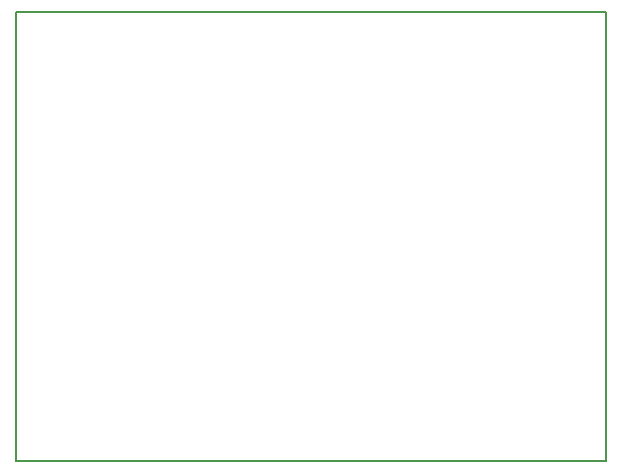
<source format=gm1>
G04 #@! TF.FileFunction,Profile,NP*
%FSLAX46Y46*%
G04 Gerber Fmt 4.6, Leading zero omitted, Abs format (unit mm)*
G04 Created by KiCad (PCBNEW 4.0.6-e0-6349~53~ubuntu16.04.1) date Fri Mar 10 07:50:29 2017*
%MOMM*%
%LPD*%
G01*
G04 APERTURE LIST*
%ADD10C,0.100000*%
%ADD11C,0.150000*%
G04 APERTURE END LIST*
D10*
D11*
X135250000Y-116000000D02*
X135250000Y-78000000D01*
X185250000Y-116000000D02*
X135250000Y-116005000D01*
X185250000Y-78000000D02*
X185250000Y-116000000D01*
X135250000Y-78000000D02*
X185250000Y-78000000D01*
M02*

</source>
